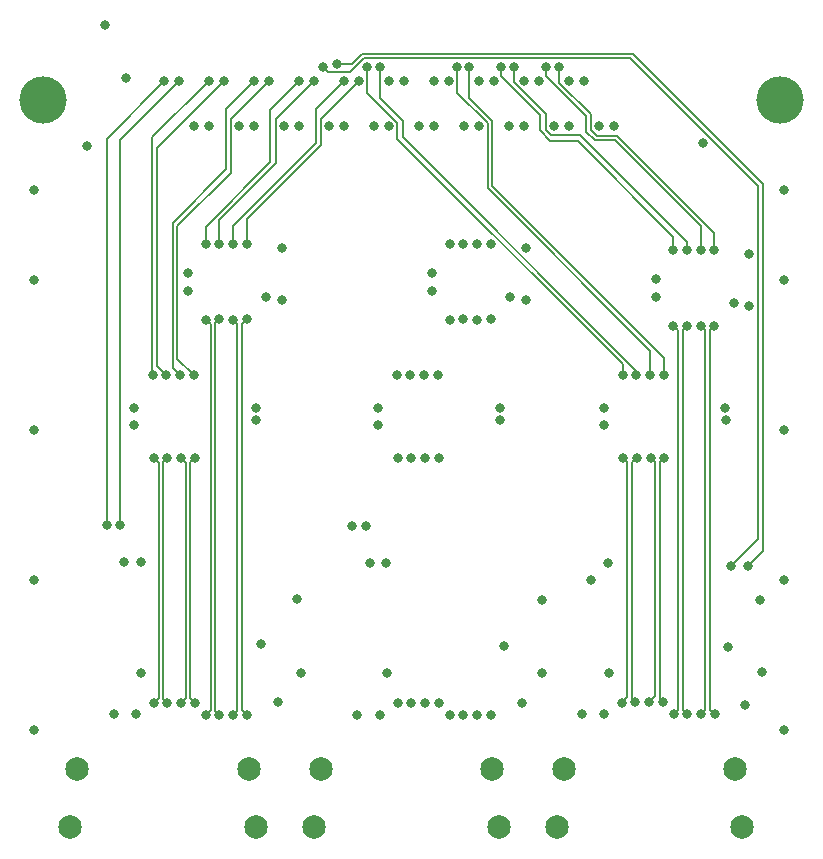
<source format=gbr>
G04 #@! TF.GenerationSoftware,KiCad,Pcbnew,(6.0.4-0)*
G04 #@! TF.CreationDate,2022-07-08T14:42:31+02:00*
G04 #@! TF.ProjectId,adapter_hybrid_assistor_hpc_3HDMI,61646170-7465-4725-9f68-79627269645f,rev?*
G04 #@! TF.SameCoordinates,Original*
G04 #@! TF.FileFunction,Copper,L2,Inr*
G04 #@! TF.FilePolarity,Positive*
%FSLAX46Y46*%
G04 Gerber Fmt 4.6, Leading zero omitted, Abs format (unit mm)*
G04 Created by KiCad (PCBNEW (6.0.4-0)) date 2022-07-08 14:42:31*
%MOMM*%
%LPD*%
G01*
G04 APERTURE LIST*
G04 #@! TA.AperFunction,ComponentPad*
%ADD10C,4.000000*%
G04 #@! TD*
G04 #@! TA.AperFunction,ComponentPad*
%ADD11C,1.995000*%
G04 #@! TD*
G04 #@! TA.AperFunction,ViaPad*
%ADD12C,0.800000*%
G04 #@! TD*
G04 #@! TA.AperFunction,Conductor*
%ADD13C,0.200000*%
G04 #@! TD*
G04 APERTURE END LIST*
D10*
X165683000Y-110458000D03*
X103303000Y-110458000D03*
D11*
X106189000Y-167050000D03*
X120689000Y-167050000D03*
X105589000Y-171950000D03*
X121289000Y-171950000D03*
X147369000Y-167060000D03*
X161869000Y-167060000D03*
X146769000Y-171960000D03*
X162469000Y-171960000D03*
X126819000Y-167050000D03*
X141319000Y-167050000D03*
X126219000Y-171950000D03*
X141919000Y-171950000D03*
D12*
X164120000Y-158870000D03*
X107030000Y-114310000D03*
X132370000Y-158974000D03*
X145510000Y-158974000D03*
X151170000Y-158974000D03*
X111580000Y-158974000D03*
X125146000Y-158974000D03*
X166040000Y-151100000D03*
X166040000Y-138400000D03*
X115550000Y-126570000D03*
X163090000Y-127880000D03*
X102540000Y-118080000D03*
X102540000Y-125700000D03*
X161090000Y-137530000D03*
X131670000Y-136470000D03*
X143800000Y-161460000D03*
X102540000Y-163800000D03*
X155150000Y-127090000D03*
X162680000Y-161630000D03*
X123490000Y-127360000D03*
X132330000Y-149630000D03*
X150790000Y-136470000D03*
X111540000Y-149560000D03*
X121320000Y-137550000D03*
X102540000Y-151100000D03*
X166040000Y-163800000D03*
X123220000Y-161420000D03*
X108509000Y-104110000D03*
X102540000Y-138400000D03*
X136200000Y-126570000D03*
X166040000Y-125700000D03*
X111020000Y-136490000D03*
X144140000Y-127360000D03*
X159182000Y-114087000D03*
X166040000Y-118080000D03*
X141970000Y-137530000D03*
X151110000Y-149620000D03*
X121290000Y-136500000D03*
X161280000Y-156720000D03*
X136230000Y-125040000D03*
X141940000Y-136480000D03*
X161790000Y-127630000D03*
X110280000Y-108530000D03*
X161060000Y-136480000D03*
X142330000Y-156690000D03*
X144140000Y-122970000D03*
X123490000Y-122970000D03*
X130960000Y-149630000D03*
X131660000Y-137960000D03*
X124750000Y-152650000D03*
X110170000Y-149560000D03*
X155180000Y-125560000D03*
X115580000Y-125040000D03*
X122190000Y-127110000D03*
X163090000Y-123490000D03*
X142840000Y-127110000D03*
X150780000Y-137960000D03*
X121770000Y-156500000D03*
X164000000Y-152760000D03*
X111010000Y-137980000D03*
X149640000Y-151090000D03*
X145540000Y-152720000D03*
X118190000Y-122610000D03*
X126230000Y-108800000D03*
X109830489Y-146399511D03*
X114810000Y-108810000D03*
X108689511Y-146410489D03*
X113540000Y-108810000D03*
X145280000Y-108800000D03*
X138840000Y-122610000D03*
X140020000Y-122620000D03*
X147830000Y-108800000D03*
X141180000Y-122630000D03*
X149100000Y-108800000D03*
X118610000Y-108800000D03*
X113720000Y-133740000D03*
X117350000Y-108800000D03*
X112590000Y-133750000D03*
X122440000Y-108800000D03*
X116060000Y-133740000D03*
X121150000Y-108800000D03*
X114900000Y-133750000D03*
X117060000Y-122600000D03*
X124960000Y-108800000D03*
X140210000Y-108800000D03*
X135550000Y-133730000D03*
X133240000Y-133730000D03*
X136400000Y-108800000D03*
X134370000Y-133720000D03*
X137670000Y-108800000D03*
X141480000Y-108800000D03*
X136710000Y-133720000D03*
X144030000Y-108800000D03*
X137710000Y-122600000D03*
X132590000Y-108800000D03*
X129479511Y-146480489D03*
X130620489Y-146469511D03*
X133860000Y-108800000D03*
X120530000Y-129010000D03*
X120530000Y-162460000D03*
X119370000Y-129020000D03*
X119370000Y-162460000D03*
X118190000Y-162460000D03*
X118190000Y-129010000D03*
X117060000Y-162470000D03*
X117060000Y-129020000D03*
X116120000Y-140720000D03*
X116120000Y-161450000D03*
X114960000Y-161450000D03*
X114960000Y-140730000D03*
X113780000Y-161450000D03*
X113780000Y-140720000D03*
X112650000Y-140730000D03*
X112650000Y-161460000D03*
X111190000Y-162450000D03*
X109260000Y-162450000D03*
X129910000Y-162490000D03*
X131840000Y-162490000D03*
X133300000Y-140710000D03*
X133300000Y-161500000D03*
X134430000Y-140700000D03*
X134430000Y-161490000D03*
X135610000Y-161490000D03*
X135610000Y-140710000D03*
X136770000Y-161490000D03*
X136770000Y-140700000D03*
X137710000Y-162510000D03*
X137710000Y-129020000D03*
X138840000Y-129010000D03*
X138840000Y-162500000D03*
X140020000Y-129020000D03*
X140020000Y-162500000D03*
X141180000Y-129010000D03*
X141180000Y-162500000D03*
X130040000Y-108800000D03*
X120530000Y-122630000D03*
X119370000Y-122620000D03*
X128780000Y-108800000D03*
X146990000Y-107610000D03*
X160130000Y-123150000D03*
X158970000Y-123140000D03*
X145880000Y-107610000D03*
X143140000Y-107610000D03*
X157790000Y-123130000D03*
X156660000Y-123120000D03*
X142080000Y-107610000D03*
X155830000Y-133720000D03*
X139370000Y-107610000D03*
X154670000Y-133730000D03*
X138300000Y-107610000D03*
X153490000Y-133720000D03*
X131780000Y-107610000D03*
X130750000Y-107610000D03*
X152360000Y-133730000D03*
X128160000Y-107390000D03*
X162950000Y-149910000D03*
X161500000Y-149880000D03*
X126970000Y-107610000D03*
X151640000Y-112640000D03*
X150370000Y-112640000D03*
X147830000Y-112640000D03*
X136400000Y-112640000D03*
X135130000Y-112640000D03*
X128780000Y-112640000D03*
X131320000Y-112640000D03*
X132590000Y-112640000D03*
X140210000Y-112640000D03*
X138940000Y-112640000D03*
X144020000Y-112640000D03*
X142750000Y-112640000D03*
X146560000Y-112640000D03*
X123700000Y-112640000D03*
X119890000Y-112640000D03*
X121160000Y-112640000D03*
X124970000Y-112640000D03*
X127510000Y-112640000D03*
X116080000Y-112640000D03*
X117350000Y-112640000D03*
X160130000Y-129530000D03*
X160160000Y-162440000D03*
X159000000Y-162440000D03*
X158970000Y-129540000D03*
X157790000Y-129530000D03*
X157820000Y-162440000D03*
X156660000Y-129540000D03*
X156690000Y-162450000D03*
X155750000Y-161430000D03*
X155890000Y-140700000D03*
X154590000Y-161430000D03*
X154730000Y-140710000D03*
X153410000Y-161430000D03*
X153550000Y-140700000D03*
X152280000Y-161440000D03*
X152420000Y-140710000D03*
X150820000Y-162430000D03*
X148890000Y-162430000D03*
D13*
X126230000Y-108800000D02*
X123000489Y-112029511D01*
X123000489Y-112029511D02*
X123000489Y-115799511D01*
X118190000Y-120610000D02*
X118190000Y-122610000D01*
X123000489Y-115799511D02*
X118190000Y-120610000D01*
X109830489Y-146399511D02*
X109830489Y-113789511D01*
X109830489Y-113789511D02*
X114810000Y-108810000D01*
X113540000Y-108849259D02*
X108689511Y-113699748D01*
X108689511Y-113699748D02*
X108689511Y-146410489D01*
X113540000Y-108810000D02*
X113540000Y-108849259D01*
X112950000Y-114460000D02*
X112950000Y-132970000D01*
X118610000Y-108800000D02*
X112950000Y-114460000D01*
X112950000Y-132970000D02*
X113720000Y-133740000D01*
X112550481Y-113599519D02*
X117350000Y-108800000D01*
X112550481Y-133710481D02*
X112550481Y-113599519D01*
X112590000Y-133750000D02*
X112550481Y-133710481D01*
X122440000Y-108800000D02*
X119190489Y-112049511D01*
X114660000Y-132340000D02*
X116060000Y-133740000D01*
X119190489Y-116569511D02*
X114660000Y-121100000D01*
X119190489Y-112049511D02*
X119190489Y-116569511D01*
X114660000Y-121100000D02*
X114660000Y-132340000D01*
X118790970Y-111159030D02*
X118790969Y-116289031D01*
X121150000Y-108800000D02*
X118790970Y-111159030D01*
X114260480Y-133110480D02*
X114900000Y-133750000D01*
X118790969Y-116289031D02*
X114260480Y-120819520D01*
X114260480Y-120819520D02*
X114260480Y-133110480D01*
X122540000Y-111315006D02*
X122540000Y-115694994D01*
X117060000Y-122600000D02*
X117060000Y-121174994D01*
X122492497Y-111267503D02*
X122540000Y-111315006D01*
X124960000Y-108800000D02*
X122492497Y-111267503D01*
X117060000Y-121174994D02*
X122540000Y-115694994D01*
X120110000Y-129430000D02*
X120110000Y-162040000D01*
X120110000Y-162040000D02*
X120530000Y-162460000D01*
X120530000Y-129010000D02*
X120110000Y-129430000D01*
X119710480Y-129360480D02*
X119710480Y-162119520D01*
X119710480Y-162119520D02*
X119370000Y-162460000D01*
X119370000Y-129020000D02*
X119710480Y-129360480D01*
X117869520Y-162139520D02*
X117869520Y-129330480D01*
X118190000Y-162460000D02*
X117869520Y-162139520D01*
X118190000Y-129010000D02*
X117869520Y-129330480D01*
X117470000Y-129430000D02*
X117470000Y-162060000D01*
X117060000Y-129020000D02*
X117470000Y-129430000D01*
X117470000Y-162060000D02*
X117060000Y-162470000D01*
X115769520Y-141070480D02*
X115769520Y-161099520D01*
X116120000Y-140720000D02*
X115769520Y-141070480D01*
X115769520Y-161099520D02*
X116120000Y-161450000D01*
X115370000Y-161040000D02*
X115370000Y-141140000D01*
X114960000Y-161450000D02*
X115370000Y-161040000D01*
X114960000Y-140730000D02*
X115370000Y-141140000D01*
X113780000Y-140720000D02*
X113479520Y-141020480D01*
X113479520Y-161149520D02*
X113780000Y-161450000D01*
X113479520Y-141020480D02*
X113479520Y-161149520D01*
X112650000Y-161460000D02*
X113080000Y-161030000D01*
X112650000Y-140730000D02*
X113080000Y-141160000D01*
X113080000Y-161030000D02*
X113080000Y-141160000D01*
X126810489Y-112029511D02*
X126810489Y-114199511D01*
X126810489Y-114199511D02*
X120530000Y-120480000D01*
X130040000Y-108800000D02*
X126810489Y-112029511D01*
X120530000Y-120480000D02*
X120530000Y-122630000D01*
X119370000Y-121074994D02*
X119370000Y-122620000D01*
X128780000Y-108800000D02*
X126387497Y-111192503D01*
X126387497Y-111192503D02*
X126387497Y-114057497D01*
X126387497Y-114057497D02*
X119370000Y-121074994D01*
X149670489Y-112929748D02*
X150180741Y-113440000D01*
X151910000Y-113440000D02*
X160130000Y-121660000D01*
X160130000Y-121660000D02*
X160130000Y-123150000D01*
X149690741Y-111650000D02*
X149670489Y-111670252D01*
X149670489Y-111670252D02*
X149670489Y-112929748D01*
X146990000Y-107610000D02*
X146990000Y-108949259D01*
X150180741Y-113440000D02*
X151910000Y-113440000D01*
X146990000Y-108949259D02*
X149690741Y-111650000D01*
X149270969Y-113095234D02*
X150015255Y-113839520D01*
X158970000Y-121119520D02*
X158970000Y-123140000D01*
X145880000Y-108404265D02*
X149270969Y-111795234D01*
X145880000Y-107610000D02*
X145880000Y-108404265D01*
X150015255Y-113839520D02*
X151690000Y-113839520D01*
X149270969Y-111795234D02*
X149270969Y-113095234D01*
X151690000Y-113839520D02*
X158970000Y-121119520D01*
X143140000Y-108899259D02*
X145850000Y-111609259D01*
X157790000Y-122460000D02*
X157790000Y-123130000D01*
X148760000Y-113430000D02*
X157790000Y-122460000D01*
X143140000Y-107610000D02*
X143140000Y-108899259D01*
X145850000Y-112950000D02*
X146330000Y-113430000D01*
X146330000Y-113430000D02*
X148760000Y-113430000D01*
X145850000Y-111609259D02*
X145850000Y-112950000D01*
X148570000Y-113910000D02*
X156660000Y-122000000D01*
X142080000Y-108404265D02*
X142080000Y-107610000D01*
X145340000Y-113005006D02*
X146244994Y-113910000D01*
X146244994Y-113910000D02*
X148570000Y-113910000D01*
X156660000Y-122000000D02*
X156660000Y-123120000D01*
X142080000Y-108404265D02*
X145340000Y-111664265D01*
X145340000Y-111664265D02*
X145340000Y-113005006D01*
X141329520Y-112205255D02*
X141329520Y-117734514D01*
X139370000Y-107610000D02*
X139370000Y-110245735D01*
X139370000Y-110245735D02*
X141329520Y-112205255D01*
X141329520Y-117734514D02*
X155830000Y-132234994D01*
X155830000Y-132234994D02*
X155830000Y-133720000D01*
X140930000Y-117900000D02*
X154700000Y-131670000D01*
X154700000Y-131670000D02*
X154700000Y-133700000D01*
X138300000Y-107610000D02*
X138369511Y-107679511D01*
X140930000Y-112370741D02*
X140930000Y-117900000D01*
X138369511Y-107679511D02*
X138369511Y-109810252D01*
X154700000Y-133700000D02*
X154670000Y-133730000D01*
X138369511Y-109810252D02*
X140930000Y-112370741D01*
X153490000Y-133340000D02*
X153490000Y-133720000D01*
X133740000Y-113590000D02*
X153490000Y-133340000D01*
X131780000Y-107610000D02*
X131780000Y-110275735D01*
X131780000Y-110275735D02*
X133740000Y-112235735D01*
X133740000Y-112235735D02*
X133740000Y-113590000D01*
X130750000Y-107610000D02*
X130740000Y-107620000D01*
X130740000Y-109800741D02*
X133290000Y-112350741D01*
X152360000Y-133730000D02*
X152360000Y-132775006D01*
X133290000Y-112350741D02*
X133290000Y-113705006D01*
X130740000Y-107620000D02*
X130740000Y-109800741D01*
X133290000Y-113705006D02*
X152360000Y-132775006D01*
X130294765Y-106510970D02*
X153210970Y-106510970D01*
X153210970Y-106510970D02*
X164280000Y-117580000D01*
X164280000Y-148580000D02*
X162950000Y-149910000D01*
X164280000Y-117580000D02*
X164280000Y-148580000D01*
X129415735Y-107390000D02*
X130294765Y-106510970D01*
X128160000Y-107390000D02*
X129415735Y-107390000D01*
X163800000Y-147580000D02*
X161500000Y-149880000D01*
X130460252Y-106910489D02*
X153020489Y-106910489D01*
X153020489Y-106910489D02*
X163800000Y-117690000D01*
X163800000Y-117690000D02*
X163800000Y-147580000D01*
X126970000Y-107610000D02*
X127449511Y-108089511D01*
X127449511Y-108089511D02*
X129281230Y-108089511D01*
X129281230Y-108089511D02*
X130460252Y-106910489D01*
X160130000Y-129530000D02*
X159759520Y-129900480D01*
X159759520Y-162039520D02*
X160160000Y-162440000D01*
X159759520Y-129900480D02*
X159759520Y-162039520D01*
X159360000Y-129930000D02*
X159360000Y-162080000D01*
X159360000Y-162080000D02*
X159000000Y-162440000D01*
X158970000Y-129540000D02*
X159360000Y-129930000D01*
X157440000Y-162060000D02*
X157820000Y-162440000D01*
X157440000Y-129880000D02*
X157440000Y-162060000D01*
X157790000Y-129530000D02*
X157440000Y-129880000D01*
X156690000Y-162450000D02*
X157040480Y-162099520D01*
X157040480Y-129920480D02*
X156660000Y-129540000D01*
X157040480Y-162099520D02*
X157040480Y-129920480D01*
X155510000Y-161190000D02*
X155750000Y-161430000D01*
X155510000Y-141080000D02*
X155510000Y-161190000D01*
X155890000Y-140700000D02*
X155510000Y-141080000D01*
X155110480Y-141090480D02*
X155110480Y-160909520D01*
X155110480Y-160909520D02*
X154590000Y-161430000D01*
X154730000Y-140710000D02*
X155110480Y-141090480D01*
X153170000Y-141080000D02*
X153170000Y-161190000D01*
X153170000Y-161190000D02*
X153410000Y-161430000D01*
X153550000Y-140700000D02*
X153170000Y-141080000D01*
X152770480Y-141060480D02*
X152770480Y-160949520D01*
X152420000Y-140710000D02*
X152770480Y-141060480D01*
X152770480Y-160949520D02*
X152280000Y-161440000D01*
M02*

</source>
